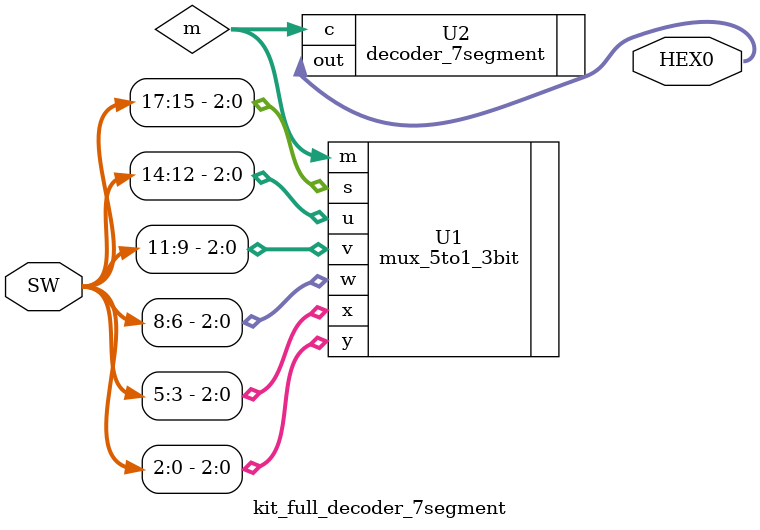
<source format=v>
module kit_full_decoder_7segment(SW,HEX0);
	output [0:6] HEX0;
	input [17:0] SW;
	wire [2:0] m;
	
	mux_5to1_3bit U1 (.s(SW[17:15]),.u(SW[14:12]),.v(SW[11:9]),.w(SW[8:6]),.x(SW[5:3]),.y(SW[2:0]),.m(m[2:0]));
	decoder_7segment U2 (.c(m[2:0]),.out(HEX0[0:6]));
	
endmodule
</source>
